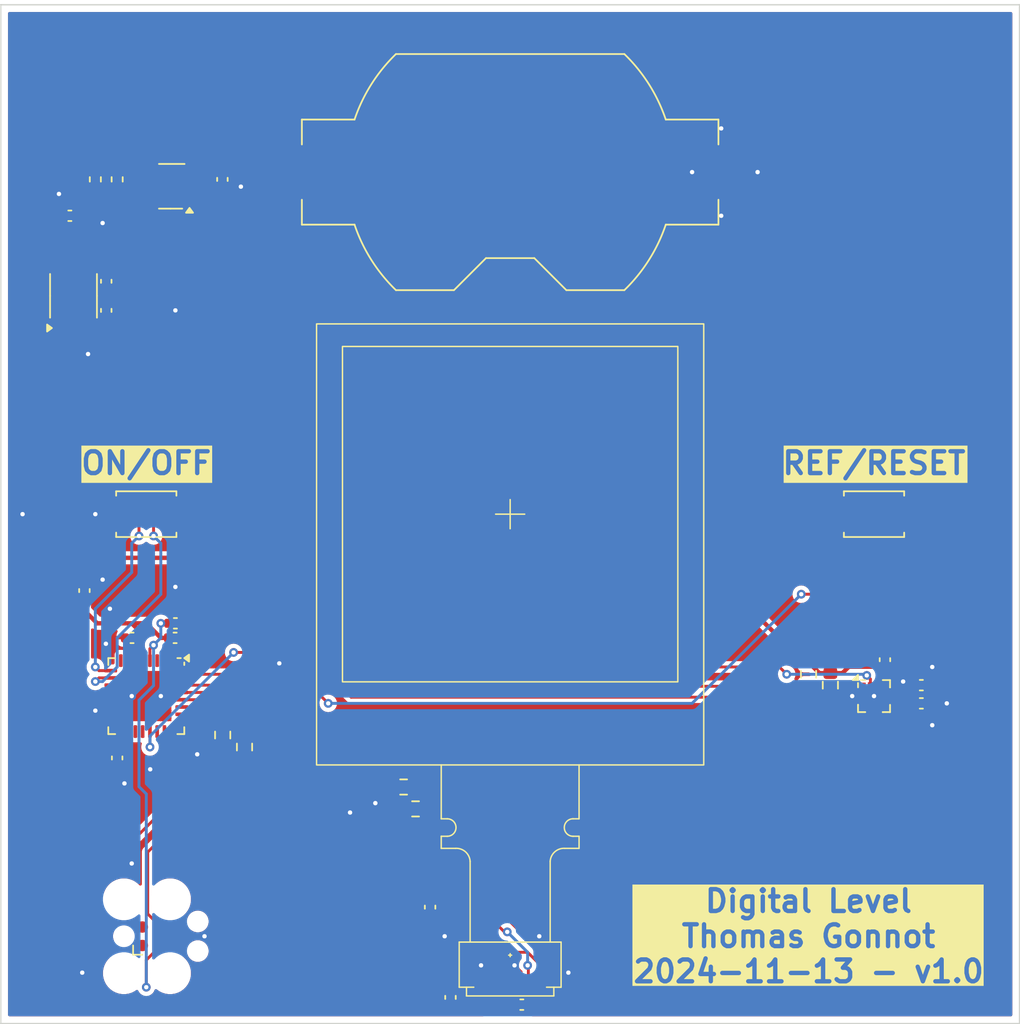
<source format=kicad_pcb>
(kicad_pcb (version 20241229) (generator "pcbnew") (generator_version "9.0")
  (title_block (title "Digital Level") (date "2024-11-13") (rev "v1.0"))
  (layers (0 "F.Cu" signal) (2 "B.Cu" signal) (13 "F.Paste" user) (15 "B.Paste" user) (5 "F.SilkS" user "F.Silkscreen") (7 "B.SilkS" user "B.Silkscreen") (1 "F.Mask" user) (3 "B.Mask" user) (25 "Edge.Cuts" user))
  (net 0 "")
  (net 1 "GND")
  (net 2 "VBATT")
  (net 3 "Net-(U2-C1+)")
  (net 4 "Net-(U2-C1-)")
  (net 5 "Net-(U2-C2+)")
  (net 6 "Net-(U2-C2-)")
  (net 7 "+3V0")
  (net 8 "Net-(U4-Vdd)")
  (net 9 "Net-(J2-VDDA)")
  (net 10 "/DISP_EN")
  (net 11 "/SWDIO")
  (net 12 "/nRESET")
  (net 14 "/SWCLK")
  (net 15 "/DISP_CS")
  (net 16 "/DISP_SCLK")
  (net 17 "/DISP_MOSI")
  (net 18 "/nPWR_INT")
  (net 19 "/nPWR_OFF")
  (net 20 "/SDA")
  (net 21 "/SCL")
  (net 22 "/PWR_BUTTON")
  (net 23 "/FUNC_BUTTON")
  (net 26 "/ACC_INT")
  (net 37 "VPWR")
  (footprint "Capacitor_SMD:C_0402_1005Metric" (layer "F.Cu") (at 124.02 108.5 180)
    (property "Reference" "C8" (hide yes))
    (property "Value" "100nF" (hide yes))
    (pad "1" smd roundrect (at -0.48 0 180) (size 0.56 0.62) (layers "F.Cu" "F.Mask" "F.Paste") (net 7 "+3V0"))
    (pad "2" smd roundrect (at 0.48 0 180) (size 0.56 0.62) (layers "F.Cu" "F.Mask" "F.Paste") (net 1 "GND"))
  )
  (footprint "Package_SO:VSSOP-8_3x3mm_P0.65mm" (layer "F.Cu") (at 120 85 90)
    (property "Reference" "U2" (hide yes))
    (property "Value" "TPS60243DGKT" (hide yes))
    (pad "1" smd roundrect (at -2.1125 -0.975 90) (size 1.625 0.5) (layers "F.Cu" "F.Mask" "F.Paste") (net 7 "+3V0"))
    (pad "2" smd roundrect (at -2.1125 -0.325 90) (size 1.625 0.5) (layers "F.Cu" "F.Mask" "F.Paste") (net 37 "VPWR"))
    (pad "3" smd roundrect (at -2.1125 0.325 90) (size 1.625 0.5) (layers "F.Cu" "F.Mask" "F.Paste") (net 6 "Net-(U2-C2-)"))
    (pad "4" smd roundrect (at -2.1125 0.975 90) (size 1.625 0.5) (layers "F.Cu" "F.Mask" "F.Paste") (net 1 "GND"))
    (pad "5" smd roundrect (at 2.1125 0.975 90) (size 1.625 0.5) (layers "F.Cu" "F.Mask" "F.Paste") (net 4 "Net-(U2-C1-)"))
    (pad "6" smd roundrect (at 2.1125 0.325 90) (size 1.625 0.5) (layers "F.Cu" "F.Mask" "F.Paste") (net 37 "VPWR"))
    (pad "7" smd roundrect (at 2.1125 -0.325 90) (size 1.625 0.5) (layers "F.Cu" "F.Mask" "F.Paste") (net 3 "Net-(U2-C1+)"))
    (pad "8" smd roundrect (at 2.1125 -0.975 90) (size 1.625 0.5) (layers "F.Cu" "F.Mask" "F.Paste") (net 5 "Net-(U2-C2+)"))
  )
  (footprint "Capacitor_SMD:C_0402_1005Metric" (layer "F.Cu") (at 122.25 86 -90)
    (property "Reference" "C4" (hide yes))
    (property "Value" "1uF" (hide yes))
    (pad "1" smd roundrect (at -0.48 0 270) (size 0.56 0.62) (layers "F.Cu" "F.Mask" "F.Paste") (net 5 "Net-(U2-C2+)"))
    (pad "2" smd roundrect (at 0.48 0 270) (size 0.56 0.62) (layers "F.Cu" "F.Mask" "F.Paste") (net 6 "Net-(U2-C2-)"))
  )
  (footprint "Package_DFN_QFN:QFN-32-1EP_5x5mm_P0.5mm_EP3.45x3.45mm" (layer "F.Cu") (at 125 112.5 -90)
    (property "Reference" "U3" (hide yes))
    (property "Value" "STM32L031K6Ux" (hide yes))
    (pad "1" smd roundrect (at -2.4375 -1.75 270) (size 0.875 0.25) (layers "F.Cu" "F.Mask" "F.Paste") (net 7 "+3V0"))
    (pad "2" smd roundrect (at -2.4375 -1.25 270) (size 0.875 0.25) (layers "F.Cu" "F.Mask" "F.Paste"))
    (pad "3" smd roundrect (at -2.4375 -0.75 270) (size 0.875 0.25) (layers "F.Cu" "F.Mask" "F.Paste"))
    (pad "4" smd roundrect (at -2.4375 -0.25 270) (size 0.875 0.25) (layers "F.Cu" "F.Mask" "F.Paste") (net 12 "/nRESET"))
    (pad "5" smd roundrect (at -2.4375 0.25 270) (size 0.875 0.25) (layers "F.Cu" "F.Mask" "F.Paste") (net 7 "+3V0"))
    (pad "6" smd roundrect (at -2.4375 0.75 270) (size 0.875 0.25) (layers "F.Cu" "F.Mask" "F.Paste"))
    (pad "7" smd roundrect (at -2.4375 1.25 270) (size 0.875 0.25) (layers "F.Cu" "F.Mask" "F.Paste"))
    (pad "8" smd roundrect (at -2.4375 1.75 270) (size 0.875 0.25) (layers "F.Cu" "F.Mask" "F.Paste"))
    (pad "9" smd roundrect (at -1.75 2.4375 270) (size 0.25 0.875) (layers "F.Cu" "F.Mask" "F.Paste") (net 19 "/nPWR_OFF"))
    (pad "10" smd roundrect (at -1.25 2.4375 270) (size 0.25 0.875) (layers "F.Cu" "F.Mask" "F.Paste") (net 18 "/nPWR_INT"))
    (pad "11" smd roundrect (at -0.75 2.4375 270) (size 0.25 0.875) (layers "F.Cu" "F.Mask" "F.Paste"))
    (pad "12" smd roundrect (at -0.25 2.4375 270) (size 0.25 0.875) (layers "F.Cu" "F.Mask" "F.Paste"))
    (pad "13" smd roundrect (at 0.25 2.4375 270) (size 0.25 0.875) (layers "F.Cu" "F.Mask" "F.Paste"))
    (pad "14" smd roundrect (at 0.75 2.4375 270) (size 0.25 0.875) (layers "F.Cu" "F.Mask" "F.Paste"))
    (pad "15" smd roundrect (at 1.25 2.4375 270) (size 0.25 0.875) (layers "F.Cu" "F.Mask" "F.Paste"))
    (pad "16" smd roundrect (at 1.75 2.4375 270) (size 0.25 0.875) (layers "F.Cu" "F.Mask" "F.Paste"))
    (pad "17" smd roundrect (at 2.4375 1.75 270) (size 0.875 0.25) (layers "F.Cu" "F.Mask" "F.Paste") (net 7 "+3V0"))
    (pad "18" smd roundrect (at 2.4375 1.25 270) (size 0.875 0.25) (layers "F.Cu" "F.Mask" "F.Paste"))
    (pad "19" smd roundrect (at 2.4375 0.75 270) (size 0.875 0.25) (layers "F.Cu" "F.Mask" "F.Paste"))
    (pad "20" smd roundrect (at 2.4375 0.25 270) (size 0.875 0.25) (layers "F.Cu" "F.Mask" "F.Paste"))
    (pad "21" smd roundrect (at 2.4375 -0.25 270) (size 0.875 0.25) (layers "F.Cu" "F.Mask" "F.Paste") (net 26 "/ACC_INT"))
    (pad "22" smd roundrect (at 2.4375 -0.75 270) (size 0.875 0.25) (layers "F.Cu" "F.Mask" "F.Paste"))
    (pad "23" smd roundrect (at 2.4375 -1.25 270) (size 0.875 0.25) (layers "F.Cu" "F.Mask" "F.Paste") (net 11 "/SWDIO"))
    (pad "24" smd roundrect (at 2.4375 -1.75 270) (size 0.875 0.25) (layers "F.Cu" "F.Mask" "F.Paste") (net 14 "/SWCLK"))
    (pad "25" smd roundrect (at 1.75 -2.4375 270) (size 0.25 0.875) (layers "F.Cu" "F.Mask" "F.Paste") (net 10 "/DISP_EN"))
    (pad "26" smd roundrect (at 1.25 -2.4375 270) (size 0.25 0.875) (layers "F.Cu" "F.Mask" "F.Paste") (net 16 "/DISP_SCLK"))
    (pad "27" smd roundrect (at 0.75 -2.4375 270) (size 0.25 0.875) (layers "F.Cu" "F.Mask" "F.Paste") (net 15 "/DISP_CS"))
    (pad "28" smd roundrect (at 0.25 -2.4375 270) (size 0.25 0.875) (layers "F.Cu" "F.Mask" "F.Paste") (net 17 "/DISP_MOSI"))
    (pad "29" smd roundrect (at -0.25 -2.4375 270) (size 0.25 0.875) (layers "F.Cu" "F.Mask" "F.Paste") (net 23 "/FUNC_BUTTON"))
    (pad "30" smd roundrect (at -0.75 -2.4375 270) (size 0.25 0.875) (layers "F.Cu" "F.Mask" "F.Paste") (net 20 "/SDA"))
    (pad "31" smd roundrect (at -1.25 -2.4375 270) (size 0.25 0.875) (layers "F.Cu" "F.Mask" "F.Paste"))
    (pad "32" smd roundrect (at -1.75 -2.4375 270) (size 0.25 0.875) (layers "F.Cu" "F.Mask" "F.Paste") (net 21 "/SCL"))
    (pad "33" smd rect (at 0 0 270) (size 3.45 3.45) (property pad_prop_heatsink) (layers "F.Cu" "F.Mask") (net 1 "GND"))
  )
  (footprint "Capacitor_SMD:C_0402_1005Metric" (layer "F.Cu") (at 123 116.75 -90)
    (property "Reference" "C7" (hide yes))
    (property "Value" "100nF" (hide yes))
    (pad "1" smd roundrect (at -0.48 0 270) (size 0.56 0.62) (layers "F.Cu" "F.Mask" "F.Paste") (net 7 "+3V0"))
    (pad "2" smd roundrect (at 0.48 0 270) (size 0.56 0.62) (layers "F.Cu" "F.Mask" "F.Paste") (net 1 "GND"))
  )
  (footprint "Capacitor_SMD:C_0402_1005Metric" (layer "F.Cu") (at 126.98 108.5)
    (property "Reference" "C6" (hide yes))
    (property "Value" "100nF" (hide yes))
    (pad "1" smd roundrect (at -0.48 0) (size 0.56 0.62) (layers "F.Cu" "F.Mask" "F.Paste") (net 7 "+3V0"))
    (pad "2" smd roundrect (at 0.48 0) (size 0.56 0.62) (layers "F.Cu" "F.Mask" "F.Paste") (net 1 "GND"))
  )
  (footprint "Capacitor_SMD:C_0402_1005Metric" (layer "F.Cu") (at 150.8 133.7)
    (property "Reference" "C14" (hide yes))
    (property "Value" "1uF" (hide yes))
    (pad "1" smd roundrect (at -0.48 0) (size 0.56 0.62) (layers "F.Cu" "F.Mask" "F.Paste") (net 9 "Net-(J2-VDDA)"))
    (pad "2" smd roundrect (at 0.48 0) (size 0.56 0.62) (layers "F.Cu" "F.Mask" "F.Paste") (net 1 "GND"))
  )
  (footprint "Package_TO_SOT_SMD:TSOT-23-6_HandSoldering" (layer "F.Cu") (at 126.75 77.5 180)
    (property "Reference" "U1" (hide yes))
    (property "Value" "MAX16150A" (hide yes))
    (pad "1" smd roundrect (at -1.71 -0.95 180) (size 2 0.65) (layers "F.Cu" "F.Mask" "F.Paste") (net 22 "/PWR_BUTTON"))
    (pad "2" smd roundrect (at -1.71 0 180) (size 2 0.65) (layers "F.Cu" "F.Mask" "F.Paste") (net 1 "GND"))
    (pad "3" smd roundrect (at -1.71 0.95 180) (size 2 0.65) (layers "F.Cu" "F.Mask" "F.Paste") (net 2 "VBATT"))
    (pad "4" smd roundrect (at 1.71 0.95 180) (size 2 0.65) (layers "F.Cu" "F.Mask" "F.Paste") (net 37 "VPWR"))
    (pad "5" smd roundrect (at 1.71 0 180) (size 2 0.65) (layers "F.Cu" "F.Mask" "F.Paste") (net 18 "/nPWR_INT"))
    (pad "6" smd roundrect (at 1.71 -0.95 180) (size 2 0.65) (layers "F.Cu" "F.Mask" "F.Paste") (net 19 "/nPWR_OFF"))
  )
  (footprint "Capacitor_SMD:C_0402_1005Metric" (layer "F.Cu") (at 122.25 84 90)
    (property "Reference" "C3" (hide yes))
    (property "Value" "1uF" (hide yes))
    (pad "1" smd roundrect (at -0.48 0 90) (size 0.56 0.62) (layers "F.Cu" "F.Mask" "F.Paste") (net 3 "Net-(U2-C1+)"))
    (pad "2" smd roundrect (at 0.48 0 90) (size 0.56 0.62) (layers "F.Cu" "F.Mask" "F.Paste") (net 4 "Net-(U2-C1-)"))
  )
  (footprint "Resistor_SMD:R_0603_1608Metric" (layer "F.Cu") (at 131.75 116 -90)
    (property "Reference" "R8" (hide yes))
    (property "Value" "100k" (hide yes))
    (pad "1" smd roundrect (at -0.825 0 270) (size 0.8 0.95) (layers "F.Cu" "F.Mask" "F.Paste") (net 10 "/DISP_EN"))
    (pad "2" smd roundrect (at 0.825 0 270) (size 0.8 0.95) (layers "F.Cu" "F.Mask" "F.Paste") (net 1 "GND"))
  )
  (footprint "Inductor_SMD:L_0402_1005Metric" (layer "F.Cu") (at 177.25 110.5)
    (property "Reference" "FB1" (hide yes))
    (property "Value" "BLM15AX102SN1D" (hide yes))
    (pad "1" smd roundrect (at -0.485 0) (size 0.59 0.64) (layers "F.Cu" "F.Mask" "F.Paste") (net 7 "+3V0"))
    (pad "2" smd roundrect (at 0.485 0) (size 0.59 0.64) (layers "F.Cu" "F.Mask" "F.Paste") (net 8 "Net-(U4-Vdd)"))
  )
  (footprint "Capacitor_SMD:C_0402_1005Metric" (layer "F.Cu") (at 144.5 127 -90)
    (property "Reference" "C15" (hide yes))
    (property "Value" "560pF" (hide yes))
    (pad "1" smd roundrect (at -0.48 0 270) (size 0.56 0.62) (layers "F.Cu" "F.Mask" "F.Paste") (net 10 "/DISP_EN"))
    (pad "2" smd roundrect (at 0.48 0 270) (size 0.56 0.62) (layers "F.Cu" "F.Mask" "F.Paste") (net 1 "GND"))
  )
  (footprint "project_lib:LS013B7DH03" (layer "F.Cu") (at 150 130.3)
    (property "Reference" "J2" (hide yes))
    (property "Value" "AYF531035" (hide yes))
    (pad "1" smd rect (at 2.25 2.1) (size 0.3 0.8) (layers "F.Cu" "F.Mask" "F.Paste") (net 16 "/DISP_SCLK"))
    (pad "2" smd rect (at 1.75 2.1) (size 0.3 0.8) (layers "F.Cu" "F.Mask" "F.Paste") (net 17 "/DISP_MOSI"))
    (pad "3" smd rect (at 1.25 2.1) (size 0.3 0.8) (layers "F.Cu" "F.Mask" "F.Paste") (net 15 "/DISP_CS"))
    (pad "4" smd rect (at 0.75 2.1) (size 0.3 0.8) (layers "F.Cu" "F.Mask" "F.Paste") (net 1 "GND"))
    (pad "5" smd rect (at 0.25 2.1) (size 0.3 0.8) (layers "F.Cu" "F.Mask" "F.Paste") (net 10 "/DISP_EN"))
    (pad "6" smd rect (at -0.25 2.1) (size 0.3 0.8) (layers "F.Cu" "F.Mask" "F.Paste") (net 9 "Net-(J2-VDDA)"))
    (pad "7" smd rect (at -0.75 2.1) (size 0.3 0.8) (layers "F.Cu" "F.Mask" "F.Paste") (net 7 "+3V0"))
    (pad "8" smd rect (at -1.25 2.1) (size 0.3 0.8) (layers "F.Cu" "F.Mask" "F.Paste") (net 1 "GND"))
    (pad "9" smd rect (at -1.75 2.1) (size 0.3 0.8) (layers "F.Cu" "F.Mask" "F.Paste") (net 1 "GND"))
    (pad "10" smd rect (at -2.25 2.1) (size 0.3 0.8) (layers "F.Cu" "F.Mask" "F.Paste") (net 1 "GND"))
    (pad "MP" smd rect (at -3.25 -0.4) (size 0.3 0.8) (layers "F.Cu" "F.Mask" "F.Paste") (net 1 "GND"))
    (pad "MP" smd rect (at 3.25 -0.4) (size 0.3 0.8) (layers "F.Cu" "F.Mask" "F.Paste") (net 1 "GND"))
  )
  (footprint "Capacitor_SMD:C_0402_1005Metric" (layer "F.Cu") (at 178.25 111.75)
    (property "Reference" "C10" (hide yes))
    (property "Value" "10uF" (hide yes))
    (pad "1" smd roundrect (at -0.48 0) (size 0.56 0.62) (layers "F.Cu" "F.Mask" "F.Paste") (net 8 "Net-(U4-Vdd)"))
    (pad "2" smd roundrect (at 0.48 0) (size 0.56 0.62) (layers "F.Cu" "F.Mask" "F.Paste") (net 1 "GND"))
  )
  (footprint "Button_Switch_SMD:SW_Push_SPST_NO_Alps_SKRK" (layer "F.Cu") (at 175 100)
    (property "Reference" "SW2" (hide yes))
    (property "Value" "SKRKAHE020" (hide yes))
    (pad "1" smd roundrect (at -2.1 0) (size 0.8 2) (layers "F.Cu" "F.Mask" "F.Paste") (net 1 "GND"))
    (pad "2" smd roundrect (at 2.1 0) (size 0.8 2) (layers "F.Cu" "F.Mask" "F.Paste") (net 23 "/FUNC_BUTTON"))
  )
  (footprint "Capacitor_SMD:C_0402_1005Metric" (layer "F.Cu") (at 175.75 110 90)
    (property "Reference" "C12" (hide yes))
    (property "Value" "100nF" (hide yes))
    (pad "1" smd roundrect (at -0.48 0 90) (size 0.56 0.62) (layers "F.Cu" "F.Mask" "F.Paste") (net 7 "+3V0"))
    (pad "2" smd roundrect (at 0.48 0 90) (size 0.56 0.62) (layers "F.Cu" "F.Mask" "F.Paste") (net 1 "GND"))
  )
  (footprint "Resistor_SMD:R_0603_1608Metric" (layer "F.Cu") (at 170.5 111 -90)
    (property "Reference" "R4" (hide yes))
    (property "Value" "10k" (hide yes))
    (pad "1" smd roundrect (at -0.825 0 270) (size 0.8 0.95) (layers "F.Cu" "F.Mask" "F.Paste") (net 7 "+3V0"))
    (pad "2" smd roundrect (at 0.825 0 270) (size 0.8 0.95) (layers "F.Cu" "F.Mask" "F.Paste") (net 21 "/SCL"))
  )
  (footprint "Capacitor_SMD:C_0402_1005Metric" (layer "F.Cu") (at 127 107.5)
    (property "Reference" "C9" (hide yes))
    (property "Value" "100nF" (hide yes))
    (pad "1" smd roundrect (at -0.48 0) (size 0.56 0.62) (layers "F.Cu" "F.Mask" "F.Paste") (net 12 "/nRESET"))
    (pad "2" smd roundrect (at 0.48 0) (size 0.56 0.62) (layers "F.Cu" "F.Mask" "F.Paste") (net 1 "GND"))
  )
  (footprint "Button_Switch_SMD:SW_Push_SPST_NO_Alps_SKRK" (layer "F.Cu") (at 125 100)
    (property "Reference" "SW1" (hide yes))
    (property "Value" "SKRKAHE020" (hide yes))
    (pad "1" smd roundrect (at -2.1 0) (size 0.8 2) (layers "F.Cu" "F.Mask" "F.Paste") (net 1 "GND"))
    (pad "2" smd roundrect (at 2.1 0) (size 0.8 2) (layers "F.Cu" "F.Mask" "F.Paste") (net 22 "/PWR_BUTTON"))
  )
  (footprint "Resistor_SMD:R_0603_1608Metric" (layer "F.Cu") (at 130.25 115.175 -90)
    (property "Reference" "R6" (hide yes))
    (property "Value" "100k" (hide yes))
    (pad "1" smd roundrect (at -0.825 0 270) (size 0.8 0.95) (layers "F.Cu" "F.Mask" "F.Paste") (net 16 "/DISP_SCLK"))
    (pad "2" smd roundrect (at 0.825 0 270) (size 0.8 0.95) (layers "F.Cu" "F.Mask" "F.Paste") (net 1 "GND"))
  )
  (footprint "Resistor_SMD:R_0402_1005Metric" (layer "F.Cu") (at 123 77 -90)
    (property "Reference" "R1" (hide yes))
    (property "Value" "10k" (hide yes))
    (pad "1" smd roundrect (at -0.51 0 270) (size 0.54 0.64) (layers "F.Cu" "F.Mask" "F.Paste") (net 37 "VPWR"))
    (pad "2" smd roundrect (at 0.51 0 270) (size 0.54 0.64) (layers "F.Cu" "F.Mask" "F.Paste") (net 18 "/nPWR_INT"))
  )
  (footprint "Resistor_SMD:R_0603_1608Metric" (layer "F.Cu") (at 142.680525 118.745686)
    (property "Reference" "R5" (hide yes))
    (property "Value" "100k" (hide yes))
    (pad "1" smd roundrect (at -0.825 0) (size 0.8 0.95) (layers "F.Cu" "F.Mask" "F.Paste") (net 15 "/DISP_CS"))
    (pad "2" smd roundrect (at 0.825 0) (size 0.8 0.95) (layers "F.Cu" "F.Mask" "F.Paste") (net 1 "GND"))
  )
  (footprint "Connector:Tag-Connect_TC2030-IDC-FP_2x03_P1.27mm_Vertical" (layer "F.Cu") (at 126 129)
    (property "Reference" "J1")
    (property "Value" "Conn_ARM_SWD_TagConnect_TC2030" (hide yes))
    (pad "" np_thru_hole circle (at -2.54 -2.54) (size 2.3749 2.3749) (drill 2.3749) (layers "*.Cu" "*.Mask"))
    (pad "" np_thru_hole circle (at -2.54 0) (size 0.9906 0.9906) (drill 0.9906) (layers "*.Cu" "*.Mask"))
    (pad "" np_thru_hole circle (at -2.54 2.54) (size 2.3749 2.3749) (drill 2.3749) (layers "*.Cu" "*.Mask"))
    (pad "" np_thru_hole circle (at 0.635 -2.54) (size 2.3749 2.3749) (drill 2.3749) (layers "*.Cu" "*.Mask"))
    (pad "" np_thru_hole circle (at 0.635 2.54) (size 2.3749 2.3749) (drill 2.3749) (layers "*.Cu" "*.Mask"))
    (pad "" np_thru_hole circle (at 2.54 -1.016) (size 0.9906 0.9906) (drill 0.9906) (layers "*.Cu" "*.Mask"))
    (pad "" np_thru_hole circle (at 2.54 1.016) (size 0.9906 0.9906) (drill 0.9906) (layers "*.Cu" "*.Mask"))
    (pad "1" connect circle (at -1.27 0.635) (size 0.7874 0.7874) (layers "F.Cu" "F.Mask") (net 7 "+3V0"))
    (pad "2" connect circle (at -1.27 -0.635) (size 0.7874 0.7874) (layers "F.Cu" "F.Mask") (net 11 "/SWDIO"))
    (pad "3" connect circle (at 0 0.635) (size 0.7874 0.7874) (layers "F.Cu" "F.Mask") (net 12 "/nRESET"))
    (pad "4" connect circle (at 0 -0.635) (size 0.7874 0.7874) (layers "F.Cu" "F.Mask") (net 14 "/SWCLK"))
    (pad "5" connect circle (at 1.27 0.635) (size 0.7874 0.7874) (layers "F.Cu" "F.Mask") (net 1 "GND"))
    (pad "6" connect circle (at 1.27 -0.635) (size 0.7874 0.7874) (layers "F.Cu" "F.Mask"))
    (zone (net 0) (net_name "") (layer "F.Cu") (connect_pads (clearance 0)) (min_thickness 0.254)
      (keepout (tracks allowed) (vias not_allowed) (pads allowed) (copperpour not_allowed) (footprints not_allowed))
      (fill (thermal_gap 0.508) (thermal_bridge_width 0.508))
      (polygon (pts (xy 127.27 128.365) (xy 124.73 128.365) (xy 124.73 129.635) (xy 127.27 129.635)))
    )
  )
  (footprint "Inductor_SMD:L_0402_1005Metric" (layer "F.Cu") (at 148.9 133.7)
    (property "Reference" "FB2" (hide yes))
    (property "Value" "BLM15AX102SN1D" (hide yes))
    (pad "1" smd roundrect (at -0.485 0) (size 0.59 0.64) (layers "F.Cu" "F.Mask" "F.Paste") (net 7 "+3V0"))
    (pad "2" smd roundrect (at 0.485 0) (size 0.59 0.64) (layers "F.Cu" "F.Mask" "F.Paste") (net 9 "Net-(J2-VDDA)"))
  )
  (footprint "Capacitor_SMD:C_0402_1005Metric" (layer "F.Cu") (at 120.75 105.25 90)
    (property "Reference" "C5" (hide yes))
    (property "Value" "10uF" (hide yes))
    (pad "1" smd roundrect (at -0.48 0 90) (size 0.56 0.62) (layers "F.Cu" "F.Mask" "F.Paste") (net 7 "+3V0"))
    (pad "2" smd roundrect (at 0.48 0 90) (size 0.56 0.62) (layers "F.Cu" "F.Mask" "F.Paste") (net 1 "GND"))
  )
  (footprint "Capacitor_SMD:C_0402_1005Metric" (layer "F.Cu") (at 145.9 133.2 90)
    (property "Reference" "C13" (hide yes))
    (property "Value" "1uF" (hide yes))
    (pad "1" smd roundrect (at -0.48 0 90) (size 0.56 0.62) (layers "F.Cu" "F.Mask" "F.Paste") (net 7 "+3V0"))
    (pad "2" smd roundrect (at 0.48 0 90) (size 0.56 0.62) (layers "F.Cu" "F.Mask" "F.Paste") (net 1 "GND"))
  )
  (footprint "Resistor_SMD:R_0603_1608Metric" (layer "F.Cu") (at 172 111.75 -90)
    (property "Reference" "R3" (hide yes))
    (property "Value" "10k" (hide yes))
    (pad "1" smd roundrect (at -0.825 0 270) (size 0.8 0.95) (layers "F.Cu" "F.Mask" "F.Paste") (net 7 "+3V0"))
    (pad "2" smd roundrect (at 0.825 0 270) (size 0.8 0.95) (layers "F.Cu" "F.Mask" "F.Paste") (net 20 "/SDA"))
  )
  (footprint "Capacitor_SMD:C_0402_1005Metric" (layer "F.Cu") (at 178.25 113)
    (property "Reference" "C11" (hide yes))
    (property "Value" "100nF" (hide yes))
    (pad "1" smd roundrect (at -0.48 0) (size 0.56 0.62) (layers "F.Cu" "F.Mask" "F.Paste") (net 8 "Net-(U4-Vdd)"))
    (pad "2" smd roundrect (at 0.48 0) (size 0.56 0.62) (layers "F.Cu" "F.Mask" "F.Paste") (net 1 "GND"))
  )
  (footprint "Package_LGA:LGA-12_2x2mm_P0.5mm" (layer "F.Cu") (at 175 112.5)
    (property "Reference" "U4" (hide yes))
    (property "Value" "LIS2DTW12TR" (hide yes))
    (pad "1" smd rect (at -0.7625 -0.75) (size 0.375 0.35) (layers "F.Cu" "F.Mask" "F.Paste") (net 21 "/SCL"))
    (pad "2" smd rect (at -0.7625 -0.25) (size 0.375 0.35) (layers "F.Cu" "F.Mask" "F.Paste"))
    (pad "3" smd rect (at -0.7625 0.25) (size 0.375 0.35) (layers "F.Cu" "F.Mask" "F.Paste"))
    (pad "4" smd rect (at -0.7625 0.75) (size 0.375 0.35) (layers "F.Cu" "F.Mask" "F.Paste") (net 20 "/SDA"))
    (pad "5" smd rect (at -0.25 0.7625 90) (size 0.375 0.35) (layers "F.Cu" "F.Mask" "F.Paste") (net 1 "GND"))
    (pad "6" smd rect (at 0.25 0.7625 90) (size 0.375 0.35) (layers "F.Cu" "F.Mask" "F.Paste") (net 1 "GND"))
    (pad "7" smd rect (at 0.7625 0.75) (size 0.375 0.35) (layers "F.Cu" "F.Mask" "F.Paste") (net 1 "GND"))
    (pad "8" smd rect (at 0.7625 0.25) (size 0.375 0.35) (layers "F.Cu" "F.Mask" "F.Paste") (net 1 "GND"))
    (pad "9" smd rect (at 0.7625 -0.25) (size 0.375 0.35) (layers "F.Cu" "F.Mask" "F.Paste") (net 8 "Net-(U4-Vdd)"))
    (pad "10" smd rect (at 0.7625 -0.75) (size 0.375 0.35) (layers "F.Cu" "F.Mask" "F.Paste") (net 7 "+3V0"))
    (pad "11" smd rect (at 0.25 -0.7625 90) (size 0.375 0.35) (layers "F.Cu" "F.Mask" "F.Paste"))
    (pad "12" smd rect (at -0.25 -0.7625 90) (size 0.375 0.35) (layers "F.Cu" "F.Mask" "F.Paste") (net 26 "/ACC_INT"))
  )
  (footprint "Capacitor_SMD:C_0402_1005Metric" (layer "F.Cu") (at 119.75 79.5 180)
    (property "Reference" "C2" (hide yes))
    (property "Value" "1uF" (hide yes))
    (pad "1" smd roundrect (at -0.48 0 180) (size 0.56 0.62) (layers "F.Cu" "F.Mask" "F.Paste") (net 37 "VPWR"))
    (pad "2" smd roundrect (at 0.48 0 180) (size 0.56 0.62) (layers "F.Cu" "F.Mask" "F.Paste") (net 1 "GND"))
  )
  (footprint "Resistor_SMD:R_0402_1005Metric" (layer "F.Cu") (at 121.5 77 -90)
    (property "Reference" "R2" (hide yes))
    (property "Value" "10k" (hide yes))
    (pad "1" smd roundrect (at -0.51 0 270) (size 0.54 0.64) (layers "F.Cu" "F.Mask" "F.Paste") (net 37 "VPWR"))
    (pad "2" smd roundrect (at 0.51 0 270) (size 0.54 0.64) (layers "F.Cu" "F.Mask" "F.Paste") (net 19 "/nPWR_OFF"))
  )
  (footprint "Capacitor_SMD:C_0402_1005Metric" (layer "F.Cu") (at 130.23 77 -90)
    (property "Reference" "C1" (hide yes))
    (property "Value" "100nF" (hide yes))
    (pad "1" smd roundrect (at -0.48 0 270) (size 0.56 0.62) (layers "F.Cu" "F.Mask" "F.Paste") (net 2 "VBATT"))
    (pad "2" smd roundrect (at 0.48 0 270) (size 0.56 0.62) (layers "F.Cu" "F.Mask" "F.Paste") (net 1 "GND"))
  )
  (footprint "Battery:BatteryHolder_Keystone_1058_1x2032" (layer "F.Cu") (at 150 76.5)
    (property "Reference" "BT1" (hide yes))
    (property "Value" "Battery_Cell" (hide yes))
    (pad "1" smd rect (at -14.68 0) (size 2.54 3.51) (layers "F.Cu" "F.Mask" "F.Paste") (net 2 "VBATT"))
    (pad "2" smd rect (at 14.68 0) (size 2.54 3.51) (layers "F.Cu" "F.Mask" "F.Paste") (net 1 "GND"))
  )
  (footprint "Resistor_SMD:R_0603_1608Metric" (layer "F.Cu") (at 143.5 120.25)
    (property "Reference" "R7" (hide yes))
    (property "Value" "100k" (hide yes))
    (pad "1" smd roundrect (at -0.825 0) (size 0.8 0.95) (layers "F.Cu" "F.Mask" "F.Paste") (net 17 "/DISP_MOSI"))
    (pad "2" smd roundrect (at 0.825 0) (size 0.8 0.95) (layers "F.Cu" "F.Mask" "F.Paste") (net 1 "GND"))
  )
  (gr_rect (start 115 65) (end 185 135) (stroke (width 0.1)) (fill no) (layer "Edge.Cuts"))
  (gr_text "REF/RESET" (at 175 96.5 0) (layer "F.SilkS" knockout) (effects (font (size 1.5 1.5) (thickness 0.3) (bold yes))))
  (gr_text "ON/OFF" (at 125 96.5 0) (layer "F.SilkS" knockout) (effects (font (size 1.5 1.5) (thickness 0.3) (bold yes))))
  (gr_text "Digital Level\nThomas Gonnot\n2024-11-13 - v1.0" (at 170.5 129 0) (layer "F.SilkS" knockout) (effects (font (size 1.5 1.5) (thickness 0.3) (bold yes))))
  (segment (start 127.905 129) (end 129 129) (width 0.3) (layer "F.Cu") (net 1))
  (segment (start 150.75 131.45) (end 150.3 131) (width 0.2) (layer "F.Cu") (net 1))
  (segment (start 127.27 129.635) (end 127.905 129) (width 0.3) (layer "F.Cu") (net 1))
  (segment (start 148.75 132.4) (end 148.75 131.75) (width 0.3) (layer "F.Cu") (net 1))
  (segment (start 148.25 131.25) (end 148 131) (width 0.3) (layer "F.Cu") (net 1))
  (segment (start 120.975 88.975) (end 121 89) (width 0.3) (layer "F.Cu") (net 1))
  (segment (start 150.75 132.4) (end 150.75 131.45) (width 0.2) (layer "F.Cu") (net 1))
  (segment (start 147.75 131.25) (end 148 131) (width 0.3) (layer "F.Cu") (net 1))
  (segment (start 148.75 131.75) (end 148 131) (width 0.3) (layer "F.Cu") (net 1))
  (segment (start 147.75 132.4) (end 147.75 131.25) (width 0.3) (layer "F.Cu") (net 1))
  (segment (start 150.75 132.4) (end 150.75 133.17) (width 0.2) (layer "F.Cu") (net 1))
  (segment (start 120.975 87.1125) (end 120.975 88.975) (width 0.3) (layer "F.Cu") (net 1))
  (segment (start 150.75 133.17) (end 151.28 133.7) (width 0.2) (layer "F.Cu") (net 1))
  (segment (start 148.25 132.4) (end 148.25 131.25) (width 0.3) (layer "F.Cu") (net 1))
  (via (at 167 76.5) (size 0.6) (drill 0.3) (layers "F.Cu" "B.Cu") (net 1))
  (via (at 125.270207 117.530023) (size 0.6) (drill 0.3) (layers "F.Cu" "B.Cu") (net 1))
  (via (at 121.5 113.5) (size 0.6) (drill 0.3) (layers "F.Cu" "B.Cu") (net 1))
  (via (at 145.5 129) (size 0.6) (drill 0.3) (layers "F.Cu" "B.Cu") (net 1))
  (via (at 154 131.5) (size 0.6) (drill 0.3) (layers "F.Cu" "B.Cu") (net 1))
  (via (at 173.5 112.5) (size 0.6) (drill 0.3) (layers "F.Cu" "B.Cu") (net 1))
  (via (at 124 112.5) (size 0.6) (drill 0.3) (layers "F.Cu" "B.Cu") (net 1))
  (via (at 175 112.5) (size 0.6) (drill 0.3) (layers "F.Cu" "B.Cu") (net 1))
  (via (at 127 86) (size 0.6) (drill 0.3) (layers "F.Cu" "B.Cu") (net 1))
  (via (at 164.5 79.5) (size 0.6) (drill 0.3) (layers "F.Cu" "B.Cu") (net 1))
  (via (at 140.737481 119.853857) (size 0.6) (drill 0.3) (layers "F.Cu" "B.Cu") (net 1))
  (via (at 131.5 77.5) (size 0.6) (drill 0.3) (layers "F.Cu" "B.Cu") (net 1))
  (via (at 177 111.5) (size 0.6) (drill 0.3) (layers "F.Cu" "B.Cu") (net 1))
  (via (at 119 78) (size 0.6) (drill 0.3) (layers "F.Cu" "B.Cu") (net 1))
  (via (at 122 80) (size 0.6) (drill 0.3) (layers "F.Cu" "B.Cu") (net 1))
  (via (at 122.5 106.5) (size 0.6) (drill 0.3) (layers "F.Cu" "B.Cu") (net 1))
  (via (at 122.225173 108.905311) (size 0.6) (drill 0.3) (layers "F.Cu" "B.Cu") (net 1))
  (via (at 121.5 100) (size 0.6) (drill 0.3) (layers "F.Cu" "B.Cu") (net 1))
  (via (at 179 114.5) (size 0.6) (drill 0.3) (layers "F.Cu" "B.Cu") (net 1))
  (via (at 127 105) (size 0.6) (drill 0.3) (layers "F.Cu" "B.Cu") (net 1))
  (via (at 152 129) (size 0.6) (drill 0.3) (layers "F.Cu" "B.Cu") (net 1))
  (via (at 121 89) (size 0.6) (drill 0.3) (layers "F.Cu" "B.Cu") (net 1))
  (via (at 126 112.5) (size 0.6) (drill 0.3) (layers "F.Cu" "B.Cu") (net 1))
  (via (at 122 104.5) (size 0.6) (drill 0.3) (layers "F.Cu" "B.Cu") (net 1))
  (via (at 180 113) (size 0.6) (drill 0.3) (layers "F.Cu" "B.Cu") (net 1))
  (via (at 128.5 116.5) (size 0.6) (drill 0.3) (layers "F.Cu" "B.Cu") (net 1))
  (via (at 148 131) (size 0.6) (drill 0.3) (layers "F.Cu" "B.Cu") (net 1))
  (via (at 179 110.5) (size 0.6) (drill 0.3) (layers "F.Cu" "B.Cu") (net 1))
  (via (at 129 129) (size 0.6) (drill 0.3) (layers "F.Cu" "B.Cu") (net 1))
  (via (at 164.5 73.5) (size 0.6) (drill 0.3) (layers "F.Cu" "B.Cu") (net 1))
  (via (at 139 120.5) (size 0.6) (drill 0.3) (layers "F.Cu" "B.Cu") (net 1))
  (via (at 123.5 118.5) (size 0.6) (drill 0.3) (layers "F.Cu" "B.Cu") (net 1))
  (via (at 162.5 76.5) (size 0.6) (drill 0.3) (layers "F.Cu" "B.Cu") (net 1))
  (via (at 150.3 131) (size 0.6) (drill 0.3) (layers "F.Cu" "B.Cu") (net 1))
  (via (at 120.6 131.5) (size 0.6) (drill 0.3) (layers "F.Cu" "B.Cu") (net 1))
  (via (at 124 124) (size 0.6) (drill 0.3) (layers "F.Cu" "B.Cu") (net 1))
  (via (at 134.138771 110.251175) (size 0.6) (drill 0.3) (layers "F.Cu" "B.Cu") (net 1))
  (via (at 116.5 100) (size 0.6) (drill 0.3) (layers "F.Cu" "B.Cu") (net 1))
  (segment (start 128.49 76.52) (end 128.46 76.55) (width 0.3) (layer "F.Cu") (net 2))
  (segment (start 135.32 76.5) (end 130.25 76.5) (width 0.3) (layer "F.Cu") (net 2))
  (segment (start 130.25 76.5) (end 130.23 76.52) (width 0.3) (layer "F.Cu") (net 2))
  (segment (start 130.23 76.52) (end 128.49 76.52) (width 0.3) (layer "F.Cu") (net 2))
  (segment (start 122.25 84.48) (end 119.98 84.48) (width 0.2) (layer "F.Cu") (net 3))
  (segment (start 119.675 84.175) (end 119.675 82.8875) (width 0.2) (layer "F.Cu") (net 3))
  (segment (start 119.98 84.48) (end 119.675 84.175) (width 0.2) (layer "F.Cu") (net 3))
  (segment (start 120.975 82.025) (end 120.975 82.8875) (width 0.2) (layer "F.Cu") (net 4))
  (segment (start 121.25 81.75) (end 120.975 82.025) (width 0.2) (layer "F.Cu") (net 4))
  (segment (start 122.25 82) (end 122 81.75) (width 0.2) (layer "F.Cu") (net 4))
  (segment (start 122 81.75) (end 121.25 81.75) (width 0.2) (layer "F.Cu") (net 4))
  (segment (start 122.25 83.52) (end 122.25 82) (width 0.2) (layer "F.Cu") (net 4))
  (segment (start 122.02 85.52) (end 121.5 85) (width 0.2) (layer "F.Cu") (net 5))
  (segment (start 122.25 85.52) (end 122.02 85.52) (width 0.2) (layer "F.Cu") (net 5))
  (segment (start 119.025 84.275) (end 119.025 82.8875) (width 0.2) (layer "F.Cu") (net 5))
  (segment (start 119.75 85) (end 119.025 84.275) (width 0.2) (layer "F.Cu") (net 5))
  (segment (start 121.5 85) (end 119.75 85) (width 0.2) (layer "F.Cu") (net 5))
  (segment (start 122.25 86.48) (end 122.23 86.48) (width 0.2) (layer "F.Cu") (net 6))
  (segment (start 121.5 85.75) (end 120.5 85.75) (width 0.2) (layer "F.Cu") (net 6))
  (segment (start 122.23 86.48) (end 121.5 85.75) (width 0.2) (layer "F.Cu") (net 6))
  (segment (start 120.325 85.925) (end 120.325 87.1125) (width 0.2) (layer "F.Cu") (net 6))
  (segment (start 120.5 85.75) (end 120.325 85.925) (width 0.2) (layer "F.Cu") (net 6))
  (segment (start 121.625 107.5) (end 120.75 106.625) (width 0.3) (layer "F.Cu") (net 7))
  (segment (start 120.158091 129.908091) (end 124.456909 129.908091) (width 0.3) (layer "F.Cu") (net 7))
  (segment (start 175.75 111.7375) (end 175.7625 111.75) (width 0.3) (layer "F.Cu") (net 7))
  (segment (start 120.28 133.68) (end 118.5 131.9) (width 0.3) (layer "F.Cu") (net 7))
  (segment (start 124.5 108.5) (end 124.5 108) (width 0.3) (layer "F.Cu") (net 7))
  (segment (start 118.5125 103.9875) (end 118.5 104) (width 0.3) (layer "F.Cu") (net 7))
  (segment (start 124.75 108.75) (end 124.5 108.5) (width 0.3) (layer "F.Cu") (net 7))
  (segment (start 120.255 105.73) (end 119.025 104.5) (width 0.3) (layer "F.Cu") (net 7))
  (segment (start 123 116.27) (end 122.27 116.27) (width 0.3) (layer "F.Cu") (net 7))
  (segment (start 119.025 99.75) (end 118.5 100.275) (width 0.3) (layer "F.Cu") (net 7))
  (segment (start 148.415 133.7) (end 149.035 133.08) (width 0.2) (layer "F.Cu") (net 7))
  (segment (start 145.9 133.68) (end 120.28 133.68) (width 0.3) (layer "F.Cu") (net 7))
  (segment (start 149.035 133.08) (end 149.12 133.08) (width 0.2) (layer "F.Cu") (net 7))
  (segment (start 148.415 133.7) (end 148.2 133.7) (width 0.3) (layer "F.Cu") (net 7))
  (segment (start 175.75 110.48) (end 176.745 110.48) (width 0.3) (layer "F.Cu") (net 7))
  (segment (start 124.5 108) (end 124 107.5) (width 0.3) (layer "F.Cu") (net 7))
  (segment (start 170.175 110.175) (end 163 103) (width 0.3) (layer "F.Cu") (net 7))
  (segment (start 118.5 104) (end 118.5 128.25) (width 0.3) (layer "F.Cu") (net 7))
  (segment (start 126.75 110.0625) (end 126.75 108.75) (width 0.3) (layer "F.Cu") (net 7))
  (segment (start 163 103) (end 122.275 103) (width 0.3) (layer "F.Cu") (net 7))
  (segment (start 120.75 114.75) (end 120.75 105.73) (width 0.3) (layer "F.Cu") (net 7))
  (segment (start 148.2 133.7) (end 148.18 133.68) (width 0.2) (layer "F.Cu") (net 7))
  (segment (start 124.75 110.0625) (end 124.75 108.75) (width 0.3) (layer "F.Cu") (net 7))
  (segment (start 149.12 133.08) (end 149.25 132.95) (width 0.2) (layer "F.Cu") (net 7))
  (segment (start 123.25 114.9375) (end 123.25 115.98) (width 0.3) (layer "F.Cu") (net 7))
  (segment (start 126.5 108.5) (end 126 108.5) (width 0.3) (layer "F.Cu") (net 7))
  (segment (start 170.5 110.175) (end 170.175 110.175) (width 0.3) (layer "F.Cu") (net 7))
  (segment (start 172 110.925) (end 171.25 110.925) (width 0.3) (layer "F.Cu") (net 7))
  (segment (start 175.75 110.48) (end 175.75 111.7375) (width 0.3) (layer "F.Cu") (net 7))
  (segment (start 120.75 105.73) (end 120.255 105.73) (width 0.3) (layer "F.Cu") (net 7))
  (segment (start 122.275 103) (end 119.025 99.75) (width 0.3) (layer "F.Cu") (net 7))
  (segment (start 125 107.5) (end 124 107.5) (width 0.3) (layer "F.Cu") (net 7))
  (segment (start 123.25 115.98) (end 122.98 116.25) (width 0.3) (layer "F.Cu") (net 7))
  (segment (start 124 107.5) (end 121.625 107.5) (width 0.3) (layer "F.Cu") (net 7))
  (segment (start 173.27 110.48) (end 172.825 110.925) (width 0.3) (layer "F.Cu") (net 7))
  (segment (start 126 108.5) (end 125 107.5) (width 0.3) (layer "F.Cu") (net 7))
  (segment (start 149.25 132.95) (end 149.25 132.4) (width 0.2) (layer "F.Cu") (net 7))
  (segment (start 148.18 133.68) (end 145.9 133.68) (width 0.3) (layer "F.Cu") (net 7))
  (segment (start 119.025 87.1125) (end 119.025 99.75) (width 0.3) (layer "F.Cu") (net 7))
  (segment (start 172.825 110.925) (end 172 110.925) (width 0.3) (layer "F.Cu") (net 7))
  (segment (start 120.75 106.625) (end 120.75 105.73) (width 0.3) (layer "F.Cu") (net 7))
  (segment (start 124.456909 129.908091) (end 124.73 129.635) (width 0.3) (layer "F.Cu") (net 7))
  (segment (start 126.75 108.75) (end 126.5 108.5) (width 0.3) (layer "F.Cu") (net 7))
  (segment (start 171.25 110.925) (end 170.5 110.175) (width 0.3) (layer "F.Cu") (net 7))
  (segment (start 175.75 110.48) (end 173.27 110.48) (width 0.3) (layer "F.Cu") (net 7))
  (segment (start 122.27 116.27) (end 120.75 114.75) (width 0.3) (layer "F.Cu") (net 7))
  (segment (start 118.5 100.275) (end 118.5 103.975) (width 0.3) (layer "F.Cu") (net 7))
  (segment (start 118.5 103.975) (end 119.025 104.5) (width 0.3) (layer "F.Cu") (net 7))
  (segment (start 118.5 131.9) (end 118.5 128.25) (width 0.3) (layer "F.Cu") (net 7))
  (segment (start 176.745 110.48) (end 176.765 110.5) (width 0.3) (layer "F.Cu") (net 7))
  (segment (start 118.5 128.25) (end 120.158091 129.908091) (width 0.3) (layer "F.Cu") (net 7))
  (segment (start 177.735 110.5) (end 177.735 111.715) (width 0.2) (layer "F.Cu") (net 8))
  (segment (start 177.77 113) (end 177.5 113) (width 0.2) (layer "F.Cu") (net 8))
  (segment (start 177.77 111.75) (end 177.77 113) (width 0.2) (layer "F.Cu") (net 8))
  (segment (start 177.735 111.715) (end 177.77 111.75) (width 0.2) (layer "F.Cu") (net 8))
  (segment (start 176.75 112.25) (end 175.7625 112.25) (width 0.2) (layer "F.Cu") (net 8))
  (segment (start 177.5 113) (end 176.75 112.25) (width 0.2) (layer "F.Cu") (net 8))
  (segment (start 149.75 132.4) (end 149.75 133.13) (width 0.2) (layer "F.Cu") (net 9))
  (segment (start 149.385 133.7) (end 150.32 133.7) (width 0.3) (layer "F.Cu") (net 9))
  (segment (start 149.75 133.13) (end 150.32 133.7) (width 0.2) (layer "F.Cu") (net 9))
  (segment (start 145.02 126.52) (end 147.7 129.2) (width 0.2) (layer "F.Cu") (net 10))
  (segment (start 131.75 115.175) (end 129.781176 115.175) (width 0.2) (layer "F.Cu") (net 10))
  (segment (start 150.25 131.9) (end 150.25 132.4) (width 0.2) (layer "F.Cu") (net 10))
  (segment (start 132.675 115.175) (end 144.02 126.52) (width 0.2) (layer "F.Cu") (net 10))
  (segment (start 131.75 115.175) (end 132.675 115.175) (width 0.2) (layer "F.Cu") (net 10))
  (segment (start 147.7 129.2) (end 147.7 129.7) (width 0.2) (layer "F.Cu") (net 10))
  (segment (start 147.7 129.7) (end 149.7 131.7) (width 0.2) (layer "F.Cu") (net 10))
  (segment (start 150.05 131.7) (end 150.25 131.9) (width 0.2) (layer "F.Cu") (net 10))
  (segment (start 144.02 126.52) (end 145.02 126.52) (width 0.2) (layer "F.Cu") (net 10))
  (segment (start 149.7 131.7) (end 150.05 131.7) (width 0.2) (layer "F.Cu") (net 10))
  (segment (start 129.781176 115.175) (end 128.856176 114.25) (width 0.2) (layer "F.Cu") (net 10))
  (segment (start 128.856176 114.25) (end 127.4375 114.25) (width 0.2) (layer "F.Cu") (net 10))
  (segment (start 122.1547 128.1547) (end 121.5 127.5) (width 0.2) (layer "F.Cu") (net 11))
  (segment (start 124.5197 128.1547) (end 122.1547 128.1547) (width 0.2) (layer "F.Cu") (net 11))
  (segment (start 124.73 128.365) (end 124.5197 128.1547) (width 0.2) (layer "F.Cu") (net 11))
  (segment (start 126.25 120.25) (end 126.25 114.9375) (width 0.2) (layer "F.Cu") (net 11))
  (segment (start 121.5 127.5) (end 121.5 125) (width 0.2) (layer "F.Cu") (net 11))
  (segment (start 121.5 125) (end 126.25 120.25) (width 0.2) (layer "F.Cu") (net 11))
  (segment (start 125.25 110.0625) (end 125.25 109.25) (width 0.2) (layer "F.Cu") (net 12))
  (segment (start 125.25 109.25) (end 125.5 109) (width 0.2) (layer "F.Cu") (net 12))
  (segment (start 125 132.5) (end 125 130.635) (width 0.2) (layer "F.Cu") (net 12))
  (segment (start 125 130.635) (end 126 129.635) (width 0.2) (layer "F.Cu") (net 12))
  (segment (start 126 107.5) (end 126.52 107.5) (width 0.2) (layer "F.Cu") (net 12))
  (via (at 126 107.5) (size 0.6) (drill 0.3) (layers "F.Cu" "B.Cu") (net 12))
  (via (at 125 132.5) (size 0.6) (drill 0.3) (layers "F.Cu" "B.Cu") (net 12))
  (via (at 125.5 109) (size 0.6) (drill 0.3) (layers "F.Cu" "B.Cu") (net 12))
  (segment (start 126 108.5) (end 125.5 109) (width 0.2) (layer "B.Cu") (net 12))
  (segment (start 124.5 118.722182) (end 124.5 112.777818) (width 0.2) (layer "B.Cu") (net 12))
  (segment (start 125 132.5) (end 125 119.222182) (width 0.2) (layer "B.Cu") (net 12))
  (segment (start 125 119.222182) (end 124.5 118.722182) (width 0.2) (layer "B.Cu") (net 12))
  (segment (start 125.5 111.777818) (end 125.5 109) (width 0.2) (layer "B.Cu") (net 12))
  (segment (start 124.5 112.777818) (end 125.5 111.777818) (width 0.2) (layer "B.Cu") (net 12))
  (segment (start 126 107.5) (end 126 108.5) (width 0.2) (layer "B.Cu") (net 12))
  (segment (start 125.09755 123.218136) (end 126.75 121.565686) (width 0.2) (layer "F.Cu") (net 14))
  (segment (start 126 128.365) (end 125.09755 127.46255) (width 0.2) (layer "F.Cu") (net 14))
  (segment (start 125.09755 127.46255) (end 125.09755 123.218136) (width 0.2) (layer "F.Cu") (net 14))
  (segment (start 126.75 121.565686) (end 126.75 114.9375) (width 0.2) (layer "F.Cu") (net 14))
  (segment (start 134.25 113.25) (end 139.745686 118.745686) (width 0.2) (layer "F.Cu") (net 15))
  (segment (start 141.855525 120.955525) (end 141.855525 118.745686) (width 0.2) (layer "F.Cu") (net 15))
  (segment (start 139.745686 118.745686) (end 141.855525 118.745686) (width 0.2) (layer "F.Cu") (net 15))
  (segment (start 149.8 128.7) (end 149.6 128.7) (width 0.2) (layer "F.Cu") (net 15))
  (segment (start 127.4375 113.25) (end 134.25 113.25) (width 0.2) (layer "F.Cu") (net 15))
  (segment (start 149.6 128.7) (end 141.855525 120.955525) (width 0.2) (layer "F.Cu") (net 15))
  (segment (start 151.2 131) (end 151.25 131.05) (width 0.2) (layer "F.Cu") (net 15))
  (segment (start 151.25 131.05) (end 151.25 132.4) (width 0.2) (layer "F.Cu") (net 15))
  (via (at 149.8 128.7) (size 0.6) (drill 0.3) (layers "F.Cu" "B.Cu") (net 15))
  (via (at 151.2 131) (size 0.6) (drill 0.3) (layers "F.Cu" "B.Cu") (net 15))
  (segment (start 151.2 131) (end 151.2 130.1) (width 0.2) (layer "B.Cu") (net 15))
  (segment (start 151.2 130.1) (end 149.8 128.7) (width 0.2) (layer "B.Cu") (net 15))
  (segment (start 152.25 131.15) (end 152.25 132.4) (width 0.2) (layer "F.Cu") (net 16))
  (segment (start 127.4375 113.75) (end 129.65 113.75) (width 0.2) (layer "F.Cu") (net 16))
  (segment (start 129.65 113.75) (end 130.25 114.35) (width 0.2) (layer "F.Cu") (net 16))
  (segment (start 151.2 130.1) (end 152.25 131.15) (width 0.2) (layer "F.Cu") (net 16))
  (segment (start 150.1 130.1) (end 151.2 130.1) (width 0.2) (layer "F.Cu") (net 16))
  (segment (start 134.35 114.35) (end 150.1 130.1) (width 0.2) (layer "F.Cu") (net 16))
  (segment (start 130.25 114.35) (end 134.35 114.35) (width 0.2) (layer "F.Cu") (net 16))
  (segment (start 152.5 133.2) (end 152 133.2) (width 0.2) (layer "F.Cu") (net 17))
  (segment (start 142.675 120.675) (end 152.8 130.8) (width 0.2) (layer "F.Cu") (net 17))
  (segment (start 152.8 132.9) (end 152.5 133.2) (width 0.2) (layer "F.Cu") (net 17))
  (segment (start 127.4375 112.75) (end 134.875 112.75) (width 0.2) (layer "F.Cu") (net 17))
  (segment (start 142.675 118.175) (end 142.675 120.675) (width 0.2) (layer "F.Cu") (net 17))
  (segment (start 152.8 130.8) (end 152.8 132.9) (width 0.2) (layer "F.Cu") (net 17))
  (segment (start 134.875 112.75) (end 139.875 117.75) (width 0.2) (layer "F.Cu") (net 17))
  (segment (start 142.25 117.75) (end 142.675 118.175) (width 0.2) (layer "F.Cu") (net 17))
  (segment (start 151.75 132.95) (end 151.75 132.4) (width 0.2) (layer "F.Cu") (net 17))
  (segment (start 139.875 117.75) (end 142.25 117.75) (width 0.2) (layer "F.Cu") (net 17))
  (segment (start 152 133.2) (end 151.75 132.95) (width 0.2) (layer "F.Cu") (net 17))
  (segment (start 125.04 77.5) (end 123.01 77.5) (width 0.2) (layer "F.Cu") (net 18))
  (segment (start 126.25 77.5) (end 127 78.25) (width 0.2) (layer "F.Cu") (net 18))
  (segment (start 121.75 111.25) (end 121.5 111.5) (width 0.2) (layer "F.Cu") (net 18))
  (segment (start 125.5 82) (end 125.5 101.5) (width 0.2) (layer "F.Cu") (net 18))
  (segment (start 125.04 77.5) (end 126.25 77.5) (width 0.2) (layer "F.Cu") (net 18))
  (segment (start 123.01 77.5) (end 123 77.51) (width 0.2) (layer "F.Cu") (net 18))
  (segment (start 122.5625 111.25) (end 121.75 111.25) (width 0.2) (layer "F.Cu") (net 18))
  (segment (start 127 78.25) (end 127 80.5) (width 0.2) (layer "F.Cu") (net 18))
  (segment (start 127 80.5) (end 125.5 82) (width 0.2) (layer "F.Cu") (net 18))
  (via (at 125.5 101.5) (size 0.6) (drill 0.3) (layers "F.Cu" "B.Cu") (net 18))
  (via (at 121.5 111.5) (size 0.6) (drill 0.3) (layers "F.Cu" "B.Cu") (net 18))
  (segment (start 123 108.5) (end 123 110.5) (width 0.2) (layer "B.Cu") (net 18))
  (segment (start 122 111.5) (end 121.5 111.5) (width 0.2) (layer "B.Cu") (net 18))
  (segment (start 126 105.5) (end 123 108.5) (width 0.2) (layer "B.Cu") (net 18))
  (segment (start 123 110.5) (end 122 111.5) (width 0.2) (layer "B.Cu") (net 18))
  (segment (start 125.5 101.5) (end 126 102) (width 0.2) (layer "B.Cu") (net 18))
  (segment (start 126 102) (end 126 105.5) (width 0.2) (layer "B.Cu") (net 18))
  (segment (start 124.5 81.51) (end 124.5 101.5) (width 0.2) (layer "F.Cu") (net 19))
  (segment (start 122.5625 110.75) (end 121.75 110.75) (width 0.2) (layer "F.Cu") (net 19))
  (segment (start 125.04 78.45) (end 126.2 78.45) (width 0.2) (layer "F.Cu") (net 19))
  (segment (start 122.44 78.45) (end 121.5 77.51) (width 0.2) (layer "F.Cu") (net 19))
  (segment (start 125.04 78.45) (end 122.44 78.45) (width 0.2) (layer "F.Cu") (net 19))
  (segment (start 126.5 78.75) (end 126.5 79.51) (width 0.2) (layer "F.Cu") (net 19))
  (segment (start 126.2 78.45) (end 126.5 78.75) (width 0.2) (layer "F.Cu") (net 19))
  (segment (start 121.75 110.75) (end 121.5 110.5) (width 0.2) (layer "F.Cu") (net 19))
  (segment (start 126.5 79.51) (end 124.5 81.51) (width 0.2) (layer "F.Cu") (net 19))
  (via (at 124.5 101.5) (size 0.6) (drill 0.3) (layers "F.Cu" "B.Cu") (net 19))
  (via (at 121.5 110.5) (size 0.6) (drill 0.3) (layers "F.Cu" "B.Cu") (net 19))
  (segment (start 124 104) (end 121.5 106.5) (width 0.2) (layer "B.Cu") (net 19))
  (segment (start 121.5 106.5) (end 121.5 110.5) (width 0.2) (layer "B.Cu") (net 19))
  (segment (start 124.5 101.5) (end 124 102) (width 0.2) (layer "B.Cu") (net 19))
  (segment (start 124 102) (end 124 104) (width 0.2) (layer "B.Cu") (net 19))
  (segment (start 172 112.575) (end 139.075 112.575) (width 0.2) (layer "F.Cu") (net 20))
  (segment (start 172 112.575) (end 172.675 113.25) (width 0.2) (layer "F.Cu") (net 20))
  (segment (start 172.675 113.25) (end 174.2375 113.25) (width 0.2) (layer "F.Cu") (net 20))
  (segment (start 138.25 111.75) (end 127.4375 111.75) (width 0.2) (layer "F.Cu") (net 20))
  (segment (start 139.075 112.575) (end 138.25 111.75) (width 0.2) (layer "F.Cu") (net 20))
  (segment (start 128.34375 110.75) (end 127.4375 110.75) (width 0.2) (layer "F.Cu") (net 21))
  (segment (start 138.5 111) (end 128.59375 111) (width 0.2) (layer "F.Cu") (net 21))
  (segment (start 170.575 111.75) (end 174.2375 111.75) (width 0.2) (layer "F.Cu") (net 21))
  (segment (start 170.5 111.825) (end 139.325 111.825) (width 0.2) (layer "F.Cu") (net 21))
  (segment (start 170.5 111.825) (end 170.575 111.75) (width 0.2) (layer "F.Cu") (net 21))
  (segment (start 128.59375 111) (end 128.34375 110.75) (width 0.2) (layer "F.Cu") (net 21))
  (segment (start 139.325 111.825) (end 138.5 111) (width 0.2) (layer "F.Cu") (net 21))
  (segment (start 127.1 93.525) (end 127.1 100) (width 0.2) (layer "F.Cu") (net 22))
  (segment (start 128.46 78.45) (end 128.46 92.165) (width 0.2) (layer "F.Cu") (net 22))
  (segment (start 128.46 92.165) (end 127.1 93.525) (width 0.2) (layer "F.Cu") (net 22))
  (segment (start 136.75 112.25) (end 127.4375 112.25) (width 0.2) (layer "F.Cu") (net 23))
  (segment (start 173.45 105.5) (end 177.1 101.85) (width 0.2) (layer "F.Cu") (net 23))
  (segment (start 137.5 113) (end 136.75 112.25) (width 0.2) (layer "F.Cu") (net 23))
  (segment (start 177.1 100) (end 177.1 101.85) (width 0.2) (layer "F.Cu") (net 23))
  (segment (start 170 105.5) (end 173.45 105.5) (width 0.2) (layer "F.Cu") (net 23))
  (via (at 137.5 113) (size 0.6) (drill 0.3) (layers "F.Cu" "B.Cu") (net 23))
  (via (at 170 105.5) (size 0.6) (drill 0.3) (layers "F.Cu" "B.Cu") (net 23))
  (segment (start 162.5 113) (end 170 105.5) (width 0.2) (layer "B.Cu") (net 23))
  (segment (start 137.5 113) (end 162.5 113) (width 0.2) (layer "B.Cu") (net 23))
  (segment (start 174.5 111.08) (end 174.75 111.33) (width 0.2) (layer "F.Cu") (net 26))
  (segment (start 131 109.5) (end 139 109.5) (width 0.2) (layer "F.Cu") (net 26))
  (segment (start 125.256106 114.943606) (end 125.25 114.9375) (width 0.2) (layer "F.Cu") (net 26))
  (segment (start 168.5 110.5) (end 169 111) (width 0.2) (layer "F.Cu") (net 26))
  (segment (start 140 110.5) (end 168.5 110.5) (width 0.2) (layer "F.Cu") (net 26))
  (segment (start 139 109.5) (end 140 110.5) (width 0.2) (layer "F.Cu") (net 26))
  (segment (start 174.75 111.33) (end 174.75 111.7375) (width 0.2) (layer "F.Cu") (net 26))
  (segment (start 125.256106 116) (end 125.256106 114.943606) (width 0.2) (layer "F.Cu") (net 26))
  (via (at 131 109.5) (size 0.6) (drill 0.3) (layers "F.Cu" "B.Cu") (net 26))
  (via (at 125.256106 116) (size 0.6) (drill 0.3) (layers "F.Cu" "B.Cu") (net 26))
  (via (at 169 111) (size 0.6) (drill 0.3) (layers "F.Cu" "B.Cu") (net 26))
  (via (at 174.5 111.08) (size 0.6) (drill 0.3) (layers "F.Cu" "B.Cu") (net 26))
  (segment (start 169 111) (end 174.42 111) (width 0.2) (layer "B.Cu") (net 26))
  (segment (start 125.256106 116) (end 125.256106 115.243894) (width 0.2) (layer "B.Cu") (net 26))
  (segment (start 174.42 111) (end 174.5 111.08) (width 0.2) (layer "B.Cu") (net 26))
  (segment (start 125.256106 115.243894) (end 131 109.5) (width 0.2) (layer "B.Cu") (net 26))
  (segment (start 123 76.49) (end 121.5 76.49) (width 0.3) (layer "F.Cu") (net 37))
  (segment (start 121.5 76.49) (end 121.01 76.49) (width 0.3) (layer "F.Cu") (net 37))
  (segment (start 121.01 76.49) (end 120.325 77.175) (width 0.3) (layer "F.Cu") (net 37))
  (segment (start 120.325 77.175) (end 120.325 80.75) (width 0.3) (layer "F.Cu") (net 37))
  (segment (start 119.825 81.25) (end 120.325 80.75) (width 0.3) (layer "F.Cu") (net 37))
  (segment (start 125.04 76.55) (end 123.06 76.55) (width 0.3) (layer "F.Cu") (net 37))
  (segment (start 118 82) (end 118.75 81.25) (width 0.3) (layer "F.Cu") (net 37))
  (segment (start 118 84.25) (end 118 82) (width 0.3) (layer "F.Cu") (net 37))
  (segment (start 119.675 87.1125) (end 119.675 85.925) (width 0.3) (layer "F.Cu") (net 37))
  (segment (start 118.75 81.25) (end 119.825 81.25) (width 0.3) (layer "F.Cu") (net 37))
  (segment (start 123.06 76.55) (end 123 76.49) (width 0.3) (layer "F.Cu") (net 37))
  (segment (start 120.325 80.75) (end 120.325 82.8875) (width 0.3) (layer "F.Cu") (net 37))
  (segment (start 119.675 85.925) (end 118 84.25) (width 0.3) (layer "F.Cu") (net 37))
  (zone (net 1) (net_name "GND") (layers "F.Cu" "B.Cu") (name "GND") (connect_pads (clearance 0.3)) (min_thickness 0.2) (fill yes (thermal_gap 0.3) (thermal_bridge_width 0.2))
    (polygon (pts (xy 115 65) (xy 115 135) (xy 185 135) (xy 185 65)))
  )
)
</source>
